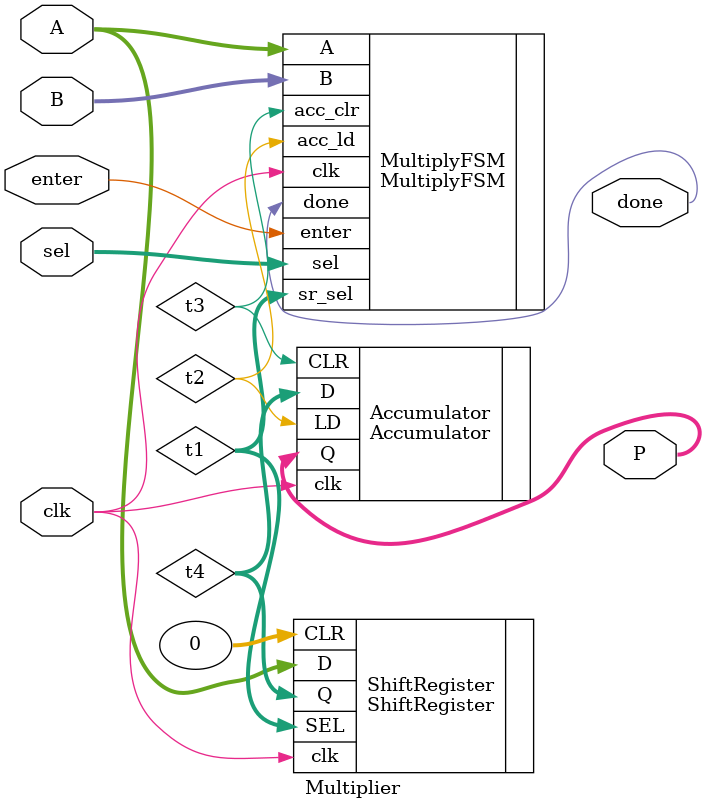
<source format=sv>
`timescale 1ns / 1ps


module Multiplier(

    //inputs
    input clk,          //clock input
    input enter,        //triggers the start of the multipication operation
    input [1:0] sel,    //LSB of sel selects whether to multiply or square
    input [7:0] A,      
    input [7:0] B,
    
    //outputs
    output [7:0] P,     //product output
    output done         //signal to save output once operation has completed
    
    );
	
	//intermediate variables
    logic [1:0] t1;
    logic t2, t3;
    logic [7:0] t4, t5;
    
    //shifts A with each successive bit of B
    ShiftRegister ShiftRegister ( .clk(clk), .CLR(0), .SEL(t1), .D(A), .Q(t4) );
    
    //accumulates the contents of the shift register if the relevant bit of B is a 1
    Accumulator Accumulator ( .clk(clk), .LD(t2), .CLR(t3), .D(t4), .Q(P) );
    
    //FSM to control the shift register and accumulator
    MultiplyFSM MultiplyFSM ( .clk(clk), .enter(enter), .A(A), .B(B), .sel(sel), .sr_sel(t1), .acc_ld(t2), .acc_clr(t3), .done(done) );
    
endmodule

</source>
